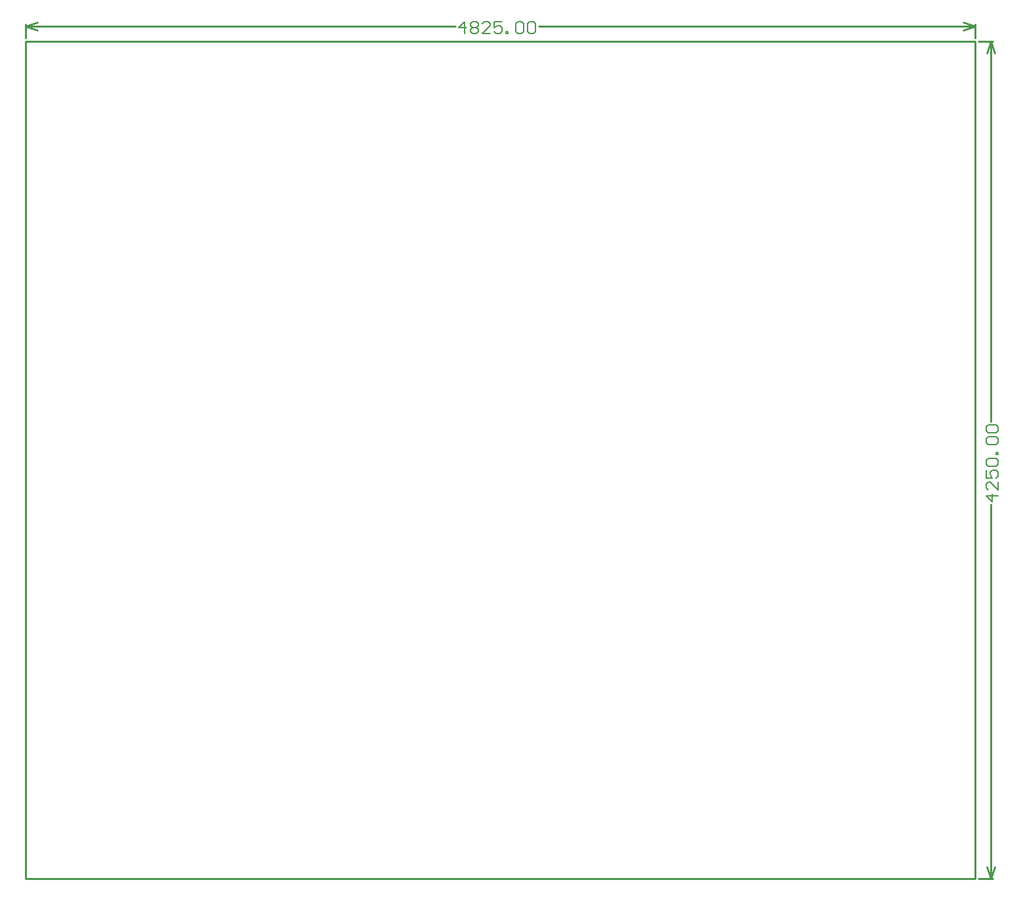
<source format=gm1>
G04 Layer_Color=16711935*
%FSLAX25Y25*%
%MOIN*%
G70*
G01*
G75*
%ADD13C,0.01000*%
%ADD47C,0.00600*%
D13*
X484000Y-425000D02*
X491500D01*
X484000Y0D02*
X491500D01*
X490500Y-425000D02*
Y-235194D01*
Y-193006D02*
Y0D01*
Y-425000D02*
X492500Y-419000D01*
X488500D02*
X490500Y-425000D01*
X488500Y-6000D02*
X490500Y0D01*
X492500Y-6000D01*
X482500Y1500D02*
Y8500D01*
X0Y1500D02*
Y8500D01*
X260744Y7500D02*
X482500D01*
X0D02*
X218556D01*
X476500Y9500D02*
X482500Y7500D01*
X476500Y5500D02*
X482500Y7500D01*
X0D02*
X6000Y5500D01*
X0Y7500D02*
X6000Y9500D01*
X0Y0D02*
X482500D01*
Y-425000D02*
Y0D01*
X0Y-425000D02*
X482500D01*
X0D02*
Y0D01*
D47*
X494099Y-230595D02*
X488101D01*
X491100Y-233594D01*
Y-229595D01*
X494099Y-223597D02*
Y-227596D01*
X490100Y-223597D01*
X489101D01*
X488101Y-224597D01*
Y-226596D01*
X489101Y-227596D01*
X488101Y-217599D02*
Y-221598D01*
X491100D01*
X490100Y-219598D01*
Y-218599D01*
X491100Y-217599D01*
X493099D01*
X494099Y-218599D01*
Y-220598D01*
X493099Y-221598D01*
X489101Y-215599D02*
X488101Y-214600D01*
Y-212600D01*
X489101Y-211601D01*
X493099D01*
X494099Y-212600D01*
Y-214600D01*
X493099Y-215599D01*
X489101D01*
X494099Y-209601D02*
X493099D01*
Y-208602D01*
X494099D01*
Y-209601D01*
X489101Y-204603D02*
X488101Y-203603D01*
Y-201604D01*
X489101Y-200604D01*
X493099D01*
X494099Y-201604D01*
Y-203603D01*
X493099Y-204603D01*
X489101D01*
Y-198605D02*
X488101Y-197605D01*
Y-195606D01*
X489101Y-194606D01*
X493099D01*
X494099Y-195606D01*
Y-197605D01*
X493099Y-198605D01*
X489101D01*
X223155Y3901D02*
Y9899D01*
X220156Y6900D01*
X224155D01*
X226154Y8899D02*
X227154Y9899D01*
X229153D01*
X230153Y8899D01*
Y7900D01*
X229153Y6900D01*
X230153Y5900D01*
Y4901D01*
X229153Y3901D01*
X227154D01*
X226154Y4901D01*
Y5900D01*
X227154Y6900D01*
X226154Y7900D01*
Y8899D01*
X227154Y6900D02*
X229153D01*
X236151Y3901D02*
X232152D01*
X236151Y7900D01*
Y8899D01*
X235152Y9899D01*
X233152D01*
X232152Y8899D01*
X242149Y9899D02*
X238151D01*
Y6900D01*
X240150Y7900D01*
X241149D01*
X242149Y6900D01*
Y4901D01*
X241149Y3901D01*
X239150D01*
X238151Y4901D01*
X244148Y3901D02*
Y4901D01*
X245148D01*
Y3901D01*
X244148D01*
X249147Y8899D02*
X250147Y9899D01*
X252146D01*
X253146Y8899D01*
Y4901D01*
X252146Y3901D01*
X250147D01*
X249147Y4901D01*
Y8899D01*
X255145D02*
X256145Y9899D01*
X258144D01*
X259144Y8899D01*
Y4901D01*
X258144Y3901D01*
X256145D01*
X255145Y4901D01*
Y8899D01*
M02*

</source>
